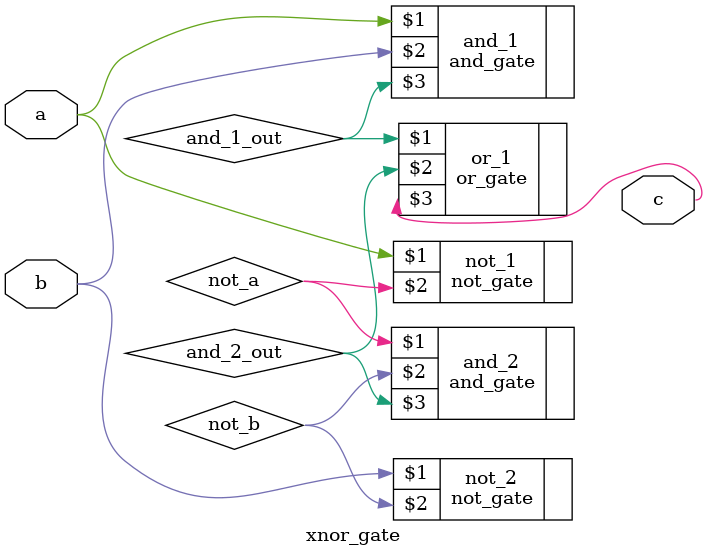
<source format=v>
`timescale 1ns / 1ps
module xnor_gate(input a, input b, output c);

    wire not_a, not_b;
    wire and_1_out, and_2_out;
    
    not_gate not_1 (a, not_a);
    not_gate not_2 (b, not_b);
    
    and_gate and_1 (a, b, and_1_out);
    and_gate and_2 (not_a, not_b, and_2_out);
    
    or_gate or_1 (and_1_out, and_2_out, c);

endmodule

</source>
